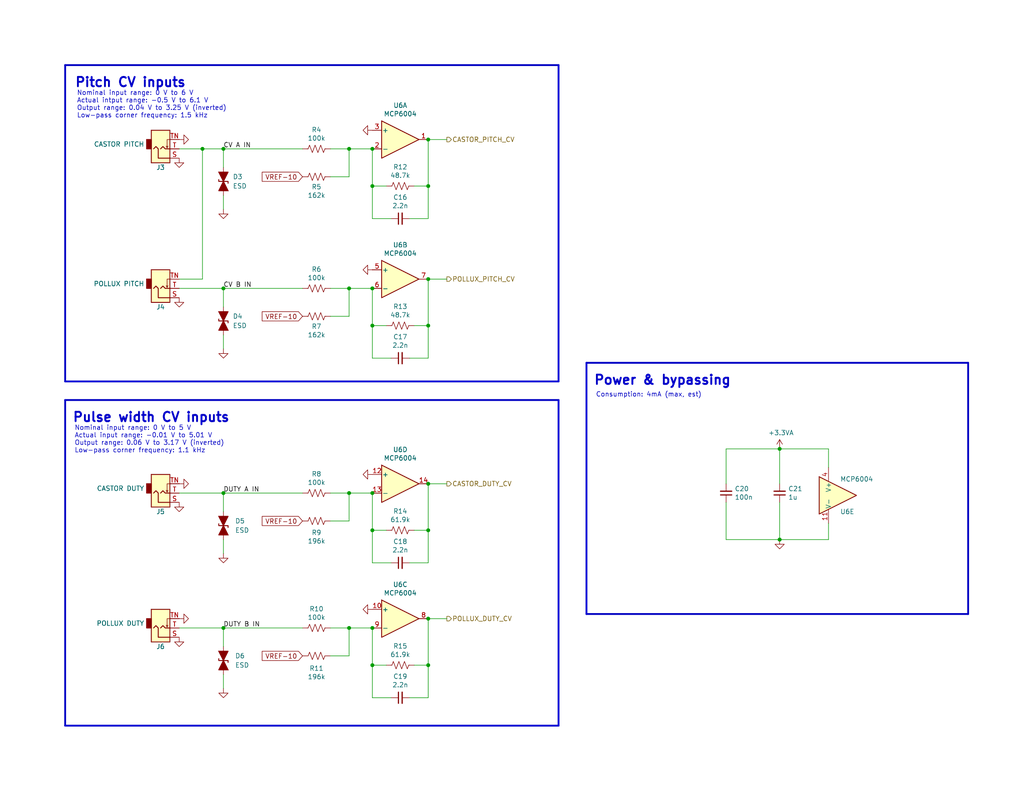
<source format=kicad_sch>
(kicad_sch (version 20211123) (generator eeschema)
  (paper "USLetter")
  (title_block (title "Castor & Pollux") (date "2022-07-26") (rev "v5") (company "Winterbloom") (comment 1 "Alethea Flowers") (comment 2 "CERN-OHL-P v2") (comment 3 "gemini.wntr.dev"))
  (lib_symbols
    (symbol "Device:C_Small" (pin_numbers hide) (pin_names (offset 0.254) hide)
      (property "Reference" "C" (at 0.254 1.778 0))
      (property "Value" "C_Small" (at 0.254 -2.032 0))
      (symbol "C_Small_0_1"
        (polyline (pts (xy -1.524 -0.508) (xy 1.524 -0.508)) (stroke (width 0.3302)))
        (polyline (pts (xy -1.524 0.508) (xy 1.524 0.508)) (stroke (width 0.3048)))
      )
      (symbol "C_Small_1_1"
        (pin passive line (at 0 2.54 270) (length 2.032) (name "~") (number "1"))
        (pin passive line (at 0 -2.54 90) (length 2.032) (name "~") (number "2"))
      )
    )
    (symbol "Device:D_TVS_Filled" (pin_numbers hide) (pin_names (offset 1.016) hide)
      (property "Reference" "D" (at 0 2.54 0))
      (property "Value" "D_TVS_Filled" (at 0 -2.54 0))
      (symbol "D_TVS_Filled_0_1"
        (polyline (pts (xy 1.27 0) (xy -1.27 0)))
        (polyline (pts (xy -2.54 -1.27) (xy 0 0) (xy -2.54 1.27) (xy -2.54 -1.27)) (stroke (width 0.254)) (fill (type outline)))
        (polyline (pts (xy 0.508 1.27) (xy 0 1.27) (xy 0 -1.27) (xy -0.508 -1.27)) (stroke (width 0.254)))
        (polyline (pts (xy 2.54 1.27) (xy 2.54 -1.27) (xy 0 0) (xy 2.54 1.27)) (stroke (width 0.254)) (fill (type outline)))
      )
      (symbol "D_TVS_Filled_1_1"
        (pin passive line (at -3.81 0 0) (length 2.54) (name "A1") (number "1"))
        (pin passive line (at 3.81 0 180) (length 2.54) (name "A2") (number "2"))
      )
    )
    (symbol "Device:R_US" (pin_numbers hide) (pin_names (offset 0))
      (property "Reference" "R" (at 2.54 0 90))
      (property "Value" "R_US" (at -2.54 0 90))
      (symbol "R_US_0_1"
        (polyline (pts (xy 0 -2.286) (xy 0 -2.54)))
        (polyline (pts (xy 0 2.286) (xy 0 2.54)))
        (polyline (pts (xy 0 -0.762) (xy 1.016 -1.143) (xy 0 -1.524) (xy -1.016 -1.905) (xy 0 -2.286)))
        (polyline (pts (xy 0 0.762) (xy 1.016 0.381) (xy 0 0) (xy -1.016 -0.381) (xy 0 -0.762)))
        (polyline (pts (xy 0 2.286) (xy 1.016 1.905) (xy 0 1.524) (xy -1.016 1.143) (xy 0 0.762)))
      )
      (symbol "R_US_1_1"
        (pin passive line (at 0 3.81 270) (length 1.27) (name "~") (number "1"))
        (pin passive line (at 0 -3.81 90) (length 1.27) (name "~") (number "2"))
      )
    )
    (symbol "power:+3.3VA" (power) (pin_names (offset 0))
      (property "Value" "+3.3VA" (at 0 3.556 0))
      (symbol "+3.3VA_0_1"
        (polyline (pts (xy -0.762 1.27) (xy 0 2.54)))
        (polyline (pts (xy 0 0) (xy 0 2.54)))
        (polyline (pts (xy 0 2.54) (xy 0.762 1.27)))
      )
      (symbol "+3.3VA_1_1"
        (pin power_in line (at 0 0 90) (length 0) hide (name "+3.3VA") (number "1"))
      )
    )
    (symbol "power:GND" (power) (pin_names (offset 0))
      (property "Value" "GND" (at 0 -3.81 0))
      (symbol "GND_0_1"
        (polyline (pts (xy 0 0) (xy 0 -1.27) (xy 1.27 -1.27) (xy 0 -2.54) (xy -1.27 -1.27) (xy 0 -1.27)))
      )
      (symbol "GND_1_1"
        (pin power_in line (at 0 0 270) (length 0) hide (name "GND") (number "1"))
      )
    )
    (symbol "winterbloom:Eurorack_Mono_Jack" (pin_names hide)
      (property "Reference" "J" (at 3.302 -4.064 0))
      (property "Value" "Eurorack_Mono_Jack" (at 0 5.08 0))
      (symbol "Eurorack_Mono_Jack_0_1"
        (rectangle (start -2.54 -5.08) (end 2.54 3.81) (stroke (width 0.254)) (fill (type background)))
        (polyline (pts (xy -1.778 -1.016) (xy -2.032 -0.508)))
        (polyline (pts (xy -2.54 1.27) (xy -1.778 1.27) (xy -1.778 -1.016) (xy -1.524 -0.508)))
        (polyline (pts (xy 0 -1.27) (xy -0.635 -0.635) (xy -1.27 -1.27) (xy -2.54 -1.27)) (stroke (width 0.254)))
        (polyline (pts (xy -2.54 -3.81) (xy 0.635 -3.81) (xy 0.635 -1.27) (xy 1.27 -0.635) (xy 1.905 -1.27)) (stroke (width 0.254)))
        (rectangle (start 2.54 -1.27) (end 3.81 1.27) (stroke (width 0.254)) (fill (type outline)))
      )
      (symbol "Eurorack_Mono_Jack_1_1"
        (pin passive line (at -5.08 -3.81 0) (length 2.54) (name "Sleeve") (number "S"))
        (pin passive line (at -5.08 -1.27 0) (length 2.54) (name "Tip") (number "T"))
        (pin passive line (at -5.08 1.27 0) (length 2.54) (name "Tip_normalize") (number "TN"))
      )
    )
    (symbol "winterbloom:MCP6004" (pin_names (offset 0.127))
      (property "Reference" "U" (at 0 3.81 0))
      (property "Value" "MCP6004" (at 0 -3.81 0))
      (symbol "MCP6004_1_1"
        (polyline (pts (xy -5.08 5.08) (xy 5.08 0) (xy -5.08 -5.08) (xy -5.08 5.08)) (stroke (width 0.254)) (fill (type background)))
        (pin output line (at 7.62 0 180) (length 2.54) (name "~") (number "1"))
        (pin input line (at -7.62 -2.54 0) (length 2.54) (name "-") (number "2"))
        (pin input line (at -7.62 2.54 0) (length 2.54) (name "+") (number "3"))
      )
      (symbol "MCP6004_2_1"
        (polyline (pts (xy -5.08 5.08) (xy 5.08 0) (xy -5.08 -5.08) (xy -5.08 5.08)) (stroke (width 0.254)) (fill (type background)))
        (pin input line (at -7.62 2.54 0) (length 2.54) (name "+") (number "5"))
        (pin input line (at -7.62 -2.54 0) (length 2.54) (name "-") (number "6"))
        (pin output line (at 7.62 0 180) (length 2.54) (name "~") (number "7"))
      )
      (symbol "MCP6004_3_1"
        (polyline (pts (xy -5.08 5.08) (xy 5.08 0) (xy -5.08 -5.08) (xy -5.08 5.08)) (stroke (width 0.254)) (fill (type background)))
        (pin input line (at -7.62 2.54 0) (length 2.54) (name "+") (number "10"))
        (pin output line (at 7.62 0 180) (length 2.54) (name "~") (number "8"))
        (pin input line (at -7.62 -2.54 0) (length 2.54) (name "-") (number "9"))
      )
      (symbol "MCP6004_4_1"
        (polyline (pts (xy -5.08 5.08) (xy 5.08 0) (xy -5.08 -5.08) (xy -5.08 5.08)) (stroke (width 0.254)) (fill (type background)))
        (pin input line (at -7.62 2.54 0) (length 2.54) (name "+") (number "12"))
        (pin input line (at -7.62 -2.54 0) (length 2.54) (name "-") (number "13"))
        (pin output line (at 7.62 0 180) (length 2.54) (name "~") (number "14"))
      )
      (symbol "MCP6004_5_1"
        (polyline (pts (xy -5.08 5.08) (xy 5.08 0) (xy -5.08 -5.08) (xy -5.08 5.08)) (stroke (width 0.254)) (fill (type background)))
        (pin power_in line (at -2.54 -7.62 90) (length 3.81) (name "V-") (number "11"))
        (pin power_in line (at -2.54 7.62 270) (length 3.81) (name "V+") (number "4"))
      )
    )
  )
  (junction (at 116.84 88.9))
  (junction (at 116.84 76.2))
  (junction (at 212.725 122.555))
  (junction (at 95.25 78.74))
  (junction (at 60.96 78.74))
  (junction (at 116.84 132.08))
  (junction (at 116.84 168.91))
  (junction (at 101.6 171.45))
  (junction (at 101.6 181.61))
  (junction (at 55.245 40.64))
  (junction (at 101.6 144.78))
  (junction (at 95.25 40.64))
  (junction (at 95.25 134.62))
  (junction (at 60.96 40.64))
  (junction (at 212.725 147.32))
  (junction (at 116.84 181.61))
  (junction (at 116.84 50.8))
  (junction (at 116.84 144.78))
  (junction (at 101.6 50.8))
  (junction (at 101.6 134.62))
  (junction (at 116.84 38.1))
  (junction (at 101.6 40.64))
  (junction (at 101.6 78.74))
  (junction (at 101.6 88.9))
  (junction (at 60.96 134.62))
  (junction (at 60.96 171.45))
  (junction (at 95.25 171.45))
  (wire (pts (xy 101.6 190.5) (xy 101.6 181.61)))
  (wire (pts (xy 111.76 97.79) (xy 116.84 97.79)))
  (wire (pts (xy 95.25 179.07) (xy 95.25 171.45)))
  (wire (pts (xy 198.12 147.32) (xy 212.725 147.32)))
  (wire (pts (xy 116.84 50.8) (xy 116.84 38.1)))
  (polyline (pts (xy 17.78 17.78) (xy 152.4 17.78)) (stroke (width 0.5) (type solid)))
  (wire (pts (xy 113.03 50.8) (xy 116.84 50.8)))
  (polyline (pts (xy 160.02 99.06) (xy 264.16 99.06)) (stroke (width 0.5) (type solid)))
  (wire (pts (xy 116.84 97.79) (xy 116.84 88.9)))
  (wire (pts (xy 48.895 76.2) (xy 55.245 76.2)))
  (wire (pts (xy 116.84 76.2) (xy 121.92 76.2)))
  (polyline (pts (xy 17.78 109.22) (xy 152.4 109.22)) (stroke (width 0.5) (type solid)))
  (wire (pts (xy 226.06 142.875) (xy 226.06 147.32)))
  (wire (pts (xy 101.6 134.62) (xy 101.6 144.78)))
  (wire (pts (xy 116.84 144.78) (xy 116.84 132.08)))
  (wire (pts (xy 101.6 50.8) (xy 105.41 50.8)))
  (wire (pts (xy 60.96 78.74) (xy 60.96 83.82)))
  (wire (pts (xy 116.84 132.08) (xy 121.92 132.08)))
  (wire (pts (xy 106.68 153.67) (xy 101.6 153.67)))
  (wire (pts (xy 60.96 184.15) (xy 60.96 187.96)))
  (wire (pts (xy 106.68 59.69) (xy 101.6 59.69)))
  (wire (pts (xy 116.84 190.5) (xy 116.84 181.61)))
  (wire (pts (xy 60.96 78.74) (xy 82.55 78.74)))
  (polyline (pts (xy 264.16 99.06) (xy 264.16 167.64)) (stroke (width 0.5) (type solid)))
  (wire (pts (xy 95.25 86.36) (xy 95.25 78.74)))
  (wire (pts (xy 95.25 142.24) (xy 95.25 134.62)))
  (wire (pts (xy 60.96 134.62) (xy 82.55 134.62)))
  (wire (pts (xy 101.6 88.9) (xy 105.41 88.9)))
  (wire (pts (xy 111.76 153.67) (xy 116.84 153.67)))
  (polyline (pts (xy 152.4 109.22) (xy 152.4 198.12)) (stroke (width 0.5) (type solid)))
  (wire (pts (xy 212.725 122.555) (xy 212.725 132.08)))
  (polyline (pts (xy 17.78 17.78) (xy 17.78 104.14)) (stroke (width 0.5) (type solid)))
  (wire (pts (xy 90.17 134.62) (xy 95.25 134.62)))
  (wire (pts (xy 101.6 171.45) (xy 101.6 181.61)))
  (wire (pts (xy 48.895 40.64) (xy 55.245 40.64)))
  (wire (pts (xy 226.06 122.555) (xy 212.725 122.555)))
  (wire (pts (xy 106.68 97.79) (xy 101.6 97.79)))
  (wire (pts (xy 101.6 97.79) (xy 101.6 88.9)))
  (wire (pts (xy 212.725 147.32) (xy 226.06 147.32)))
  (wire (pts (xy 113.03 181.61) (xy 116.84 181.61)))
  (polyline (pts (xy 152.4 104.14) (xy 17.78 104.14)) (stroke (width 0.5) (type solid)))
  (wire (pts (xy 111.76 59.69) (xy 116.84 59.69)))
  (wire (pts (xy 60.96 53.34) (xy 60.96 57.15)))
  (polyline (pts (xy 17.78 109.22) (xy 17.78 198.12)) (stroke (width 0.5) (type solid)))
  (wire (pts (xy 116.84 38.1) (xy 121.92 38.1)))
  (wire (pts (xy 113.03 144.78) (xy 116.84 144.78)))
  (wire (pts (xy 55.245 76.2) (xy 55.245 40.64)))
  (wire (pts (xy 101.6 153.67) (xy 101.6 144.78)))
  (wire (pts (xy 101.6 59.69) (xy 101.6 50.8)))
  (wire (pts (xy 60.96 40.64) (xy 60.96 45.72)))
  (wire (pts (xy 90.17 171.45) (xy 95.25 171.45)))
  (wire (pts (xy 90.17 48.26) (xy 95.25 48.26)))
  (wire (pts (xy 95.25 171.45) (xy 101.6 171.45)))
  (wire (pts (xy 113.03 88.9) (xy 116.84 88.9)))
  (wire (pts (xy 198.12 132.08) (xy 198.12 122.555)))
  (wire (pts (xy 198.12 137.16) (xy 198.12 147.32)))
  (wire (pts (xy 90.17 142.24) (xy 95.25 142.24)))
  (wire (pts (xy 48.895 78.74) (xy 60.96 78.74)))
  (wire (pts (xy 95.25 134.62) (xy 101.6 134.62)))
  (wire (pts (xy 95.25 40.64) (xy 101.6 40.64)))
  (wire (pts (xy 55.245 40.64) (xy 60.96 40.64)))
  (wire (pts (xy 101.6 40.64) (xy 101.6 50.8)))
  (wire (pts (xy 60.96 147.32) (xy 60.96 151.13)))
  (wire (pts (xy 198.12 122.555) (xy 212.725 122.555)))
  (wire (pts (xy 116.84 153.67) (xy 116.84 144.78)))
  (wire (pts (xy 116.84 59.69) (xy 116.84 50.8)))
  (wire (pts (xy 95.25 48.26) (xy 95.25 40.64)))
  (wire (pts (xy 116.84 168.91) (xy 121.92 168.91)))
  (polyline (pts (xy 152.4 17.78) (xy 152.4 104.14)) (stroke (width 0.5) (type solid)))
  (wire (pts (xy 101.6 181.61) (xy 105.41 181.61)))
  (polyline (pts (xy 264.16 167.64) (xy 160.02 167.64)) (stroke (width 0.5) (type solid)))
  (wire (pts (xy 90.17 179.07) (xy 95.25 179.07)))
  (wire (pts (xy 90.17 78.74) (xy 95.25 78.74)))
  (polyline (pts (xy 152.4 198.12) (xy 17.78 198.12)) (stroke (width 0.5) (type solid)))
  (wire (pts (xy 101.6 144.78) (xy 105.41 144.78)))
  (wire (pts (xy 95.25 78.74) (xy 101.6 78.74)))
  (wire (pts (xy 111.76 190.5) (xy 116.84 190.5)))
  (wire (pts (xy 116.84 88.9) (xy 116.84 76.2)))
  (wire (pts (xy 106.68 190.5) (xy 101.6 190.5)))
  (wire (pts (xy 226.06 127.635) (xy 226.06 122.555)))
  (wire (pts (xy 60.96 171.45) (xy 82.55 171.45)))
  (wire (pts (xy 48.895 134.62) (xy 60.96 134.62)))
  (wire (pts (xy 48.895 171.45) (xy 60.96 171.45)))
  (wire (pts (xy 212.725 137.16) (xy 212.725 147.32)))
  (wire (pts (xy 90.17 40.64) (xy 95.25 40.64)))
  (polyline (pts (xy 160.02 99.06) (xy 160.02 167.64)) (stroke (width 0.5) (type solid)))
  (wire (pts (xy 101.6 78.74) (xy 101.6 88.9)))
  (wire (pts (xy 116.84 181.61) (xy 116.84 168.91)))
  (wire (pts (xy 90.17 86.36) (xy 95.25 86.36)))
  (wire (pts (xy 60.96 91.44) (xy 60.96 95.25)))
  (wire (pts (xy 60.96 134.62) (xy 60.96 139.7)))
  (wire (pts (xy 60.96 40.64) (xy 82.55 40.64)))
  (wire (pts (xy 60.96 171.45) (xy 60.96 176.53)))
  (text "Pulse width CV inputs" (at 19.685 115.57 0) (effects (font (size 2.54 2.54) (thickness 0.508) bold) (justify left bottom)))
  (text "Consumption: 4mA (max, est)" (at 162.56 108.585 0) (effects (font (size 1.27 1.27)) (justify left bottom)))
  (text "Power & bypassing" (at 161.925 105.41 0) (effects (font (size 2.54 2.54) (thickness 0.508) bold) (justify left bottom)))
  (text "Nominal input range: 0 V to 6 V\nActual intput range: -0.5 V to 6.1 V\nOutput range: 0.04 V to 3.25 V (inverted)\nLow-pass corner frequency: 1.5 kHz" (at 20.955 32.385 0) (effects (font (size 1.27 1.27)) (justify left bottom)))
  (text "Pitch CV inputs" (at 20.32 24.13 0) (effects (font (size 2.54 2.54) (thickness 0.508) bold) (justify left bottom)))
  (text "Nominal input range: 0 V to 5 V\nActual input range: -0.01 V to 5.01 V\nOutput range: 0.06 V to 3.17 V (inverted)\nLow-pass corner frequency: 1.1 kHz\n" (at 20.32 123.825 0) (effects (font (size 1.27 1.27)) (justify left bottom)))
  (label "CV B IN" (at 60.96 78.74 0))
  (label "CV A IN" (at 60.96 40.64 0))
  (label "DUTY A IN" (at 60.96 134.62 0))
  (label "DUTY B IN" (at 60.96 171.45 0))
  (global_label "VREF-10" (shape input) (at 82.55 179.07 180) (property "Intersheet References" "${INTERSHEET_REFS}" (effects hide)))
  (global_label "VREF-10" (shape input) (at 82.55 86.36 180) (property "Intersheet References" "${INTERSHEET_REFS}" (effects hide)))
  (global_label "VREF-10" (shape input) (at 82.55 142.24 180) (property "Intersheet References" "${INTERSHEET_REFS}" (effects hide)))
  (global_label "VREF-10" (shape input) (at 82.55 48.26 180) (property "Intersheet References" "${INTERSHEET_REFS}" (effects hide)))
  (hierarchical_label "CASTOR_PITCH_CV" (shape output) (at 121.92 38.1 0))
  (hierarchical_label "CASTOR_DUTY_CV" (shape output) (at 121.92 132.08 0))
  (hierarchical_label "POLLUX_DUTY_CV" (shape output) (at 121.92 168.91 0))
  (hierarchical_label "POLLUX_PITCH_CV" (shape output) (at 121.92 76.2 0))
  (symbol (lib_id "winterbloom:MCP6004") (at 109.22 38.1 0) (unit 1)
    (property "Reference" "U6" (at 109.22 28.7782 0))
    (property "Value" "MCP6004" (at 109.22 31.0896 0))
    (property "Footprint" "Package_SO:TSSOP-14_4.4x5mm_P0.65mm" (effects hide))
    (property "Datasheet" "http://datasheet.octopart.com/MCP6001T-I/OT-Microchip-datasheet-8823409.pdf" (effects hide))
    (property "mpn" "MCP6004T-I/ST, MCP6004T-E/ST" (effects hide))
    (property "finalized" "yes" (effects hide))
  )
  (symbol (lib_id "Device:R_US") (at 86.36 40.64 270) (unit 1)
    (property "Reference" "R4" (at 86.36 35.433 90))
    (property "Value" "100k" (at 86.36 37.7444 90))
    (property "Footprint" "Resistor_SMD:R_0402_1005Metric_Pad0.72x0.64mm_HandSolder" (effects hide))
    (property "mpn" "RC0402DR-07100KL" (effects hide))
    (property "Reqs" "Analog input, 0.5%, 100 mW, thin film" (effects hide))
  )
  (symbol (lib_id "Device:R_US") (at 86.36 48.26 270) (unit 1)
    (property "Reference" "R5" (at 86.36 51.0286 90))
    (property "Value" "162k" (at 86.36 53.34 90))
    (property "Footprint" "Resistor_SMD:R_0402_1005Metric_Pad0.72x0.64mm_HandSolder" (effects hide))
    (property "mpn" "RP73PF1E162KBTD" (effects hide))
    (property "Reqs" "Analog input, 0.5%, 100 mW, thin film" (effects hide))
  )
  (symbol (lib_id "Device:R_US") (at 109.22 50.8 270) (unit 1)
    (property "Reference" "R12" (at 109.22 45.593 90))
    (property "Value" "48.7k" (at 109.22 47.9044 90))
    (property "Footprint" "Resistor_SMD:R_0402_1005Metric_Pad0.72x0.64mm_HandSolder" (effects hide))
    (property "mpn" "RT0402BRD0748K7L" (effects hide))
    (property "Reqs" "Analog input, 0.5%, 100 mW, thin film" (effects hide))
  )
  (symbol (lib_id "Device:C_Small") (at 109.22 59.69 90) (unit 1)
    (property "Reference" "C16" (at 109.22 53.8734 90))
    (property "Value" "2.2n" (at 109.22 56.1848 90))
    (property "Footprint" "Capacitor_SMD:C_0402_1005Metric_Pad0.74x0.62mm_HandSolder" (effects hide))
    (property "finalized" "yes" (effects hide))
    (property "mpn" "GRM155R71H222KA01D" (effects hide))
    (property "Reqs" "CV filter, 16 V" (effects hide))
  )
  (symbol (lib_id "power:GND") (at 101.6 35.56 270) (unit 1)
    (property "Reference" "#PWR048" (effects hide))
    (property "Value" "GND" (effects hide))
  )
  (symbol (lib_id "winterbloom:MCP6004") (at 109.22 76.2 0) (unit 2)
    (property "Reference" "U6" (at 109.22 66.8782 0))
    (property "Value" "MCP6004" (at 109.22 69.1896 0))
    (property "Footprint" "Package_SO:TSSOP-14_4.4x5mm_P0.65mm" (effects hide))
    (property "Datasheet" "http://datasheet.octopart.com/MCP6001T-I/OT-Microchip-datasheet-8823409.pdf" (effects hide))
    (property "mpn" "MCP6004T-I/ST, MCP6004T-E/ST" (effects hide))
    (property "finalized" "yes" (effects hide))
  )
  (symbol (lib_id "Device:R_US") (at 86.36 78.74 270) (unit 1)
    (property "Reference" "R6" (at 86.36 73.533 90))
    (property "Value" "100k" (at 86.36 75.8444 90))
    (property "Footprint" "Resistor_SMD:R_0402_1005Metric_Pad0.72x0.64mm_HandSolder" (effects hide))
    (property "mpn" "RC0402DR-07100KL" (effects hide))
    (property "Reqs" "Analog input, 0.5%, 100 mW, thin film" (effects hide))
  )
  (symbol (lib_id "Device:R_US") (at 86.36 86.36 270) (unit 1)
    (property "Reference" "R7" (at 86.36 89.1286 90))
    (property "Value" "162k" (at 86.36 91.44 90))
    (property "Footprint" "Resistor_SMD:R_0402_1005Metric_Pad0.72x0.64mm_HandSolder" (effects hide))
    (property "mpn" "RP73PF1E162KBTD" (effects hide))
    (property "Reqs" "Analog input, 0.5%, 100 mW, thin film" (effects hide))
  )
  (symbol (lib_id "Device:R_US") (at 109.22 88.9 270) (unit 1)
    (property "Reference" "R13" (at 109.22 83.693 90))
    (property "Value" "48.7k" (at 109.22 86.0044 90))
    (property "Footprint" "Resistor_SMD:R_0402_1005Metric_Pad0.72x0.64mm_HandSolder" (effects hide))
    (property "mpn" "RT0402BRD0748K7L" (effects hide))
    (property "Reqs" "Analog input, 0.5%, 100 mW, thin film" (effects hide))
  )
  (symbol (lib_id "Device:C_Small") (at 109.22 97.79 90) (unit 1)
    (property "Reference" "C17" (at 109.22 91.9734 90))
    (property "Value" "2.2n" (at 109.22 94.2848 90))
    (property "Footprint" "Capacitor_SMD:C_0402_1005Metric_Pad0.74x0.62mm_HandSolder" (effects hide))
    (property "finalized" "yes" (effects hide))
    (property "mpn" "GRM155R71H222KA01D" (effects hide))
    (property "Reqs" "CV filter, 16 V" (effects hide))
  )
  (symbol (lib_id "power:GND") (at 101.6 73.66 270) (unit 1)
    (property "Reference" "#PWR049" (effects hide))
    (property "Value" "GND" (effects hide))
  )
  (symbol (lib_id "winterbloom:MCP6004") (at 109.22 132.08 0) (unit 4)
    (property "Reference" "U6" (at 109.22 122.7582 0))
    (property "Value" "MCP6004" (at 109.22 125.0696 0))
    (property "Footprint" "Package_SO:TSSOP-14_4.4x5mm_P0.65mm" (effects hide))
    (property "Datasheet" "http://datasheet.octopart.com/MCP6001T-I/OT-Microchip-datasheet-8823409.pdf" (effects hide))
    (property "mpn" "MCP6004T-I/ST, MCP6004T-E/ST" (effects hide))
    (property "finalized" "yes" (effects hide))
  )
  (symbol (lib_id "Device:R_US") (at 86.36 134.62 270) (unit 1)
    (property "Reference" "R8" (at 86.36 129.413 90))
    (property "Value" "100k" (at 86.36 131.7244 90))
    (property "Footprint" "Resistor_SMD:R_0402_1005Metric_Pad0.72x0.64mm_HandSolder" (effects hide))
    (property "mpn" "RC0402DR-07100KL" (effects hide))
    (property "Reqs" "Analog input, 0.5%, 100 mW, thin film" (effects hide))
  )
  (symbol (lib_id "Device:R_US") (at 86.36 142.24 270) (unit 1)
    (property "Reference" "R9" (at 86.36 145.415 90))
    (property "Value" "196k" (at 86.36 147.7264 90))
    (property "Footprint" "Resistor_SMD:R_0402_1005Metric_Pad0.72x0.64mm_HandSolder" (effects hide))
    (property "mpn" "RP73PF1E196KBTD, RK73H1ETTP1963F" (effects hide))
    (property "Reqs" "Analog input, 0.5%, 100 mW, thin film" (effects hide))
  )
  (symbol (lib_id "Device:R_US") (at 109.22 144.78 270) (unit 1)
    (property "Reference" "R14" (at 109.22 139.573 90))
    (property "Value" "61.9k" (at 109.22 141.8844 90))
    (property "Footprint" "Resistor_SMD:R_0402_1005Metric_Pad0.72x0.64mm_HandSolder" (effects hide))
    (property "mpn" "RT0402BRD0761K9L,  ERA-2AEB6192X" (effects hide))
    (property "Reqs" "Analog input, 1%, 100 mW, thin film" (effects hide))
  )
  (symbol (lib_id "Device:C_Small") (at 109.22 153.67 90) (unit 1)
    (property "Reference" "C18" (at 109.22 147.8534 90))
    (property "Value" "2.2n" (at 109.22 150.1648 90))
    (property "Footprint" "Capacitor_SMD:C_0402_1005Metric_Pad0.74x0.62mm_HandSolder" (effects hide))
    (property "finalized" "yes" (effects hide))
    (property "mpn" "GRM155R71H222KA01D" (effects hide))
    (property "Reqs" "CV filter, 16 V" (effects hide))
  )
  (symbol (lib_id "power:GND") (at 101.6 129.54 270) (unit 1)
    (property "Reference" "#PWR050" (effects hide))
    (property "Value" "GND" (effects hide))
  )
  (symbol (lib_id "winterbloom:MCP6004") (at 109.22 168.91 0) (unit 3)
    (property "Reference" "U6" (at 109.22 159.5882 0))
    (property "Value" "MCP6004" (at 109.22 161.8996 0))
    (property "Footprint" "Package_SO:TSSOP-14_4.4x5mm_P0.65mm" (effects hide))
    (property "Datasheet" "http://datasheet.octopart.com/MCP6001T-I/OT-Microchip-datasheet-8823409.pdf" (effects hide))
    (property "mpn" "MCP6004T-I/ST, MCP6004T-E/ST" (effects hide))
    (property "finalized" "yes" (effects hide))
  )
  (symbol (lib_id "Device:R_US") (at 86.36 171.45 270) (unit 1)
    (property "Reference" "R10" (at 86.36 166.243 90))
    (property "Value" "100k" (at 86.36 168.5544 90))
    (property "Footprint" "Resistor_SMD:R_0402_1005Metric_Pad0.72x0.64mm_HandSolder" (effects hide))
    (property "mpn" "RC0402DR-07100KL" (effects hide))
    (property "Reqs" "Analog input, 0.5%, 100 mW, thin film" (effects hide))
  )
  (symbol (lib_id "Device:R_US") (at 86.36 179.07 270) (unit 1)
    (property "Reference" "R11" (at 86.36 182.4736 90))
    (property "Value" "196k" (at 86.36 184.785 90))
    (property "Footprint" "Resistor_SMD:R_0402_1005Metric_Pad0.72x0.64mm_HandSolder" (effects hide))
    (property "mpn" "RP73PF1E196KBTD, RK73H1ETTP1963F" (effects hide))
    (property "Reqs" "Analog input, 0.5%, 100 mW, thin film" (effects hide))
  )
  (symbol (lib_id "Device:R_US") (at 109.22 181.61 270) (unit 1)
    (property "Reference" "R15" (at 109.22 176.403 90))
    (property "Value" "61.9k" (at 109.22 178.7144 90))
    (property "Footprint" "Resistor_SMD:R_0402_1005Metric_Pad0.72x0.64mm_HandSolder" (effects hide))
    (property "mpn" "RT0402BRD0761K9L,  ERA-2AEB6192X" (effects hide))
    (property "Reqs" "Analog input, 1%, 100 mW, thin film" (effects hide))
  )
  (symbol (lib_id "Device:C_Small") (at 109.22 190.5 90) (unit 1)
    (property "Reference" "C19" (at 109.22 184.6834 90))
    (property "Value" "2.2n" (at 109.22 186.9948 90))
    (property "Footprint" "Capacitor_SMD:C_0402_1005Metric_Pad0.74x0.62mm_HandSolder" (effects hide))
    (property "finalized" "yes" (effects hide))
    (property "mpn" "GRM155R71H222KA01D" (effects hide))
    (property "Reqs" "CV filter, 16 V" (effects hide))
  )
  (symbol (lib_id "power:GND") (at 101.6 166.37 270) (unit 1)
    (property "Reference" "#PWR051" (effects hide))
    (property "Value" "GND" (effects hide))
  )
  (symbol (lib_id "winterbloom:MCP6004") (at 228.6 135.255 0) (unit 5)
    (property "Reference" "U6" (at 229.235 139.7 0) (effects (justify left)))
    (property "Value" "MCP6004" (at 229.235 130.81 0) (effects (justify left)))
    (property "Footprint" "Package_SO:TSSOP-14_4.4x5mm_P0.65mm" (effects hide))
    (property "Datasheet" "http://datasheet.octopart.com/MCP6001T-I/OT-Microchip-datasheet-8823409.pdf" (effects hide))
    (property "mpn" "MCP6004T-I/ST, MCP6004T-E/ST" (effects hide))
    (property "finalized" "yes" (effects hide))
  )
  (symbol (lib_id "Device:C_Small") (at 198.12 134.62 180) (unit 1)
    (property "Reference" "C20" (at 200.4568 133.4516 0) (effects (justify right)))
    (property "Value" "100n" (at 200.4568 135.763 0) (effects (justify right)))
    (property "Footprint" "Capacitor_SMD:C_0402_1005Metric_Pad0.74x0.62mm_HandSolder" (effects hide))
    (property "finalized" "yes" (effects hide))
    (property "mpn" "CL05B104KO5NNNC" (effects hide))
    (property "Reqs" "Bypass, 16 V" (effects hide))
    (property "macrofab_mpn" "MF-CAP-0402-0.1uF" (effects hide))
  )
  (symbol (lib_id "Device:C_Small") (at 212.725 134.62 180) (unit 1)
    (property "Reference" "C21" (at 215.0618 133.4516 0) (effects (justify right)))
    (property "Value" "1u" (at 215.0618 135.763 0) (effects (justify right)))
    (property "Footprint" "Capacitor_SMD:C_0402_1005Metric_Pad0.74x0.62mm_HandSolder" (effects hide))
    (property "finalized" "yes" (effects hide))
    (property "mpn" "CL05A105KO5NNNC" (effects hide))
    (property "Reqs" "Bypass, 16 V" (effects hide))
    (property "macrofab_mpn" "MF-CAP-0402-1uF" (effects hide))
  )
  (symbol (lib_id "power:GND") (at 212.725 147.32 0) (unit 1)
    (property "Reference" "#PWR053" (effects hide))
    (property "Value" "GND" (effects hide))
  )
  (symbol (lib_id "power:+3.3VA") (at 212.725 122.555 0) (unit 1)
    (property "Reference" "#PWR052" (effects hide))
    (property "Value" "+3.3VA" (at 213.106 118.1608 0))
  )
  (symbol (lib_id "power:GND") (at 60.96 187.96 0) (unit 1)
    (property "Reference" "#PWR047" (effects hide))
    (property "Value" "GND" (effects hide))
  )
  (symbol (lib_id "winterbloom:Eurorack_Mono_Jack") (at 43.815 77.47 0) (mirror y) (unit 1)
    (property "Reference" "J4" (at 43.815 83.82 0))
    (property "Value" "POLLUX PITCH" (at 39.37 77.47 0) (effects (justify left)))
    (property "Footprint" "winterbloom:AudioJack_WQP518MA" (effects hide))
    (property "Datasheet" "http://www.qingpu-electronics.com/en/products/WQP-PJ398SM-362.html" (effects hide))
    (property "mpn" "WQP-WQP518MA" (effects hide))
    (property "finalized" "yes" (effects hide))
  )
  (symbol (lib_id "power:GND") (at 48.895 38.1 90) (unit 1)
    (property "Reference" "#PWR037" (effects hide))
    (property "Value" "GND" (effects hide))
  )
  (symbol (lib_id "power:GND") (at 48.895 132.08 90) (unit 1)
    (property "Reference" "#PWR040" (effects hide))
    (property "Value" "GND" (effects hide))
  )
  (symbol (lib_id "power:GND") (at 48.895 137.16 0) (unit 1)
    (property "Reference" "#PWR041" (effects hide))
    (property "Value" "GND" (effects hide))
  )
  (symbol (lib_id "winterbloom:Eurorack_Mono_Jack") (at 43.815 39.37 0) (mirror y) (unit 1)
    (property "Reference" "J3" (at 43.815 45.72 0))
    (property "Value" "CASTOR PITCH" (at 39.37 39.37 0) (effects (justify left)))
    (property "Footprint" "winterbloom:AudioJack_WQP518MA" (effects hide))
    (property "Datasheet" "http://www.qingpu-electronics.com/en/products/WQP-PJ398SM-362.html" (effects hide))
    (property "mpn" "WQP-WQP518MA" (effects hide))
    (property "finalized" "yes" (effects hide))
  )
  (symbol (lib_id "winterbloom:Eurorack_Mono_Jack") (at 43.815 133.35 0) (mirror y) (unit 1)
    (property "Reference" "J5" (at 43.815 139.7 0))
    (property "Value" "CASTOR DUTY" (at 39.37 133.35 0) (effects (justify left)))
    (property "Footprint" "winterbloom:AudioJack_WQP518MA" (effects hide))
    (property "Datasheet" "http://www.qingpu-electronics.com/en/products/WQP-PJ398SM-362.html" (effects hide))
    (property "mpn" "WQP-WQP518MA" (effects hide))
    (property "finalized" "yes" (effects hide))
  )
  (symbol (lib_id "power:GND") (at 48.895 43.18 0) (unit 1)
    (property "Reference" "#PWR038" (effects hide))
    (property "Value" "GND" (effects hide))
  )
  (symbol (lib_id "power:GND") (at 48.895 168.91 90) (unit 1)
    (property "Reference" "#PWR042" (effects hide))
    (property "Value" "GND" (effects hide))
  )
  (symbol (lib_id "Device:D_TVS_Filled") (at 60.96 180.34 90) (unit 1)
    (property "Reference" "D6" (at 64.135 179.0699 90) (effects (justify right)))
    (property "Value" "ESD" (at 64.135 181.6099 90) (effects (justify right)))
    (property "Footprint" "Capacitor_SMD:C_0603_1608Metric_Pad1.08x0.95mm_HandSolder" (effects hide))
    (property "mpn" "B72500T0250K060" (effects hide))
    (property "Reqs" "ESD diode, ceradiode, MOV, or small capacitor" (effects hide))
    (property "finalized" "yes" (effects hide))
  )
  (symbol (lib_id "power:GND") (at 48.895 81.28 0) (unit 1)
    (property "Reference" "#PWR039" (effects hide))
    (property "Value" "GND" (effects hide))
  )
  (symbol (lib_id "power:GND") (at 60.96 57.15 0) (unit 1)
    (property "Reference" "#PWR044" (effects hide))
    (property "Value" "GND" (effects hide))
  )
  (symbol (lib_id "power:GND") (at 60.96 95.25 0) (unit 1)
    (property "Reference" "#PWR045" (effects hide))
    (property "Value" "GND" (effects hide))
  )
  (symbol (lib_id "Device:D_TVS_Filled") (at 60.96 49.53 90) (unit 1)
    (property "Reference" "D3" (at 63.5 48.26 90) (effects (justify right)))
    (property "Value" "ESD" (at 63.5 50.8 90) (effects (justify right)))
    (property "Footprint" "Capacitor_SMD:C_0603_1608Metric_Pad1.08x0.95mm_HandSolder" (effects hide))
    (property "mpn" "B72500T0250K060" (effects hide))
    (property "Reqs" "ESD diode, ceradiode, MOV, or small capacitor" (effects hide))
    (property "finalized" "yes" (effects hide))
  )
  (symbol (lib_id "winterbloom:Eurorack_Mono_Jack") (at 43.815 170.18 0) (mirror y) (unit 1)
    (property "Reference" "J6" (at 43.815 176.53 0))
    (property "Value" "POLLUX DUTY" (at 39.37 170.18 0) (effects (justify left)))
    (property "Footprint" "winterbloom:AudioJack_WQP518MA" (effects hide))
    (property "Datasheet" "http://www.qingpu-electronics.com/en/products/WQP-PJ398SM-362.html" (effects hide))
    (property "mpn" "WQP-WQP518MA" (effects hide))
    (property "finalized" "yes" (effects hide))
  )
  (symbol (lib_id "power:GND") (at 48.895 173.99 0) (unit 1)
    (property "Reference" "#PWR043" (effects hide))
    (property "Value" "GND" (effects hide))
  )
  (symbol (lib_id "Device:D_TVS_Filled") (at 60.96 143.51 90) (unit 1)
    (property "Reference" "D5" (at 64.135 142.2399 90) (effects (justify right)))
    (property "Value" "ESD" (at 64.135 144.7799 90) (effects (justify right)))
    (property "Footprint" "Capacitor_SMD:C_0603_1608Metric_Pad1.08x0.95mm_HandSolder" (effects hide))
    (property "mpn" "B72500T0250K060" (effects hide))
    (property "Reqs" "ESD diode, ceradiode, MOV, or small capacitor" (effects hide))
    (property "finalized" "yes" (effects hide))
  )
  (symbol (lib_id "Device:D_TVS_Filled") (at 60.96 87.63 90) (unit 1)
    (property "Reference" "D4" (at 63.5 86.36 90) (effects (justify right)))
    (property "Value" "ESD" (at 63.5 88.9 90) (effects (justify right)))
    (property "Footprint" "Capacitor_SMD:C_0603_1608Metric_Pad1.08x0.95mm_HandSolder" (effects hide))
    (property "mpn" "B72500T0250K060" (effects hide))
    (property "Reqs" "ESD diode, ceradiode, MOV, or small capacitor" (effects hide))
    (property "finalized" "yes" (effects hide))
  )
  (symbol (lib_id "power:GND") (at 60.96 151.13 0) (unit 1)
    (property "Reference" "#PWR046" (effects hide))
    (property "Value" "GND" (effects hide))
  )
)
</source>
